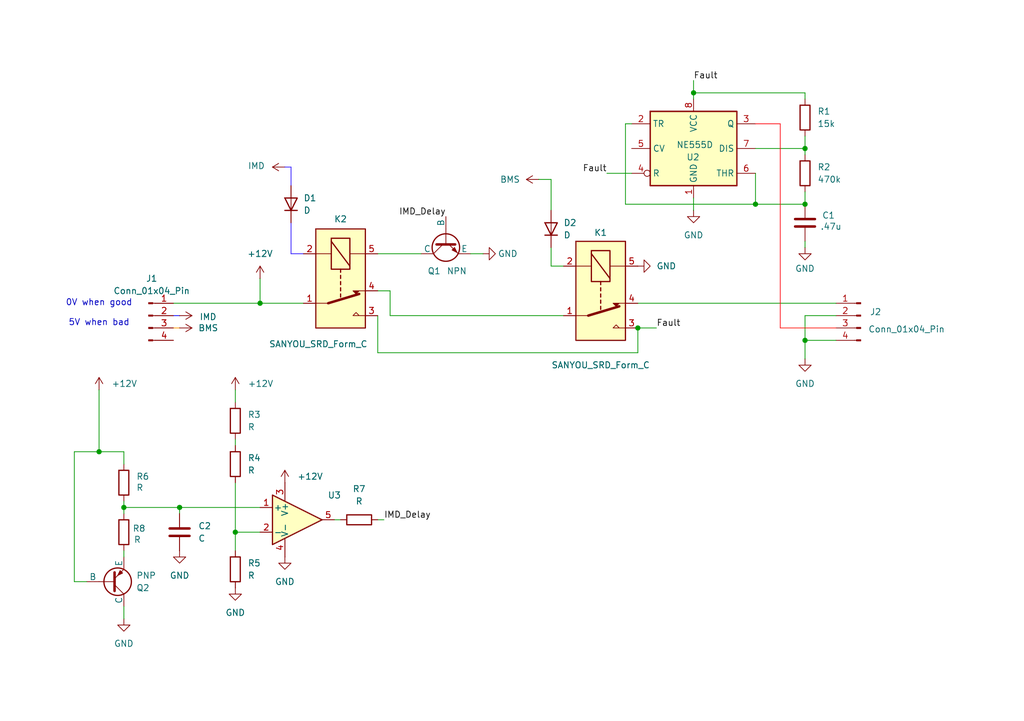
<source format=kicad_sch>
(kicad_sch (version 20231120) (generator "eeschema") (generator_version "8.0")
  (paper "A5")
  (lib_symbols
    (symbol "Connector:Conn_01x04_Pin" (pin_names (offset 1.016) hide)
      (property "Reference" "J" (at 0 5.08 0))
      (property "Value" "Conn_01x04_Pin" (at 0 -7.62 0))
      (symbol "Conn_01x04_Pin_1_1"
        (polyline (pts (xy 1.27 -5.08) (xy 0.8636 -5.08)) (stroke (width 0.1524)))
        (polyline (pts (xy 1.27 -2.54) (xy 0.8636 -2.54)) (stroke (width 0.1524)))
        (polyline (pts (xy 1.27 0) (xy 0.8636 0)) (stroke (width 0.1524)))
        (polyline (pts (xy 1.27 2.54) (xy 0.8636 2.54)) (stroke (width 0.1524)))
        (rectangle (start 0.8636 -4.953) (end 0 -5.207) (stroke (width 0.1524)) (fill (type outline)))
        (rectangle (start 0.8636 -2.413) (end 0 -2.667) (stroke (width 0.1524)) (fill (type outline)))
        (rectangle (start 0.8636 0.127) (end 0 -0.127) (stroke (width 0.1524)) (fill (type outline)))
        (rectangle (start 0.8636 2.667) (end 0 2.413) (stroke (width 0.1524)) (fill (type outline)))
        (pin passive line (at 5.08 2.54 180) (length 3.81) (name "Pin_1") (number "1"))
        (pin passive line (at 5.08 0 180) (length 3.81) (name "Pin_2") (number "2"))
        (pin passive line (at 5.08 -2.54 180) (length 3.81) (name "Pin_3") (number "3"))
        (pin passive line (at 5.08 -5.08 180) (length 3.81) (name "Pin_4") (number "4"))
      )
    )
    (symbol "Device:C" (pin_numbers hide) (pin_names (offset 0.254))
      (property "Reference" "C" (at 0.635 2.54 0))
      (property "Value" "C" (at 0.635 -2.54 0))
      (symbol "C_0_1"
        (polyline (pts (xy -2.032 -0.762) (xy 2.032 -0.762)) (stroke (width 0.508)))
        (polyline (pts (xy -2.032 0.762) (xy 2.032 0.762)) (stroke (width 0.508)))
      )
      (symbol "C_1_1"
        (pin passive line (at 0 3.81 270) (length 2.794) (name "~") (number "1"))
        (pin passive line (at 0 -3.81 90) (length 2.794) (name "~") (number "2"))
      )
    )
    (symbol "Device:D" (pin_numbers hide) (pin_names (offset 1.016) hide)
      (property "Reference" "D" (at 0 2.54 0))
      (property "Value" "D" (at 0 -2.54 0))
      (symbol "D_0_1"
        (polyline (pts (xy -1.27 1.27) (xy -1.27 -1.27)) (stroke (width 0.254)))
        (polyline (pts (xy 1.27 0) (xy -1.27 0)))
        (polyline (pts (xy 1.27 1.27) (xy 1.27 -1.27) (xy -1.27 0) (xy 1.27 1.27)) (stroke (width 0.254)))
      )
      (symbol "D_1_1"
        (pin passive line (at -3.81 0 0) (length 2.54) (name "K") (number "1"))
        (pin passive line (at 3.81 0 180) (length 2.54) (name "A") (number "2"))
      )
    )
    (symbol "Device:R" (pin_numbers hide) (pin_names (offset 0))
      (property "Reference" "R" (at 2.032 0 90))
      (property "Value" "R" (at 0 0 90))
      (symbol "R_0_1"
        (rectangle (start -1.016 -2.54) (end 1.016 2.54) (stroke (width 0.254)))
      )
      (symbol "R_1_1"
        (pin passive line (at 0 3.81 270) (length 1.27) (name "~") (number "1"))
        (pin passive line (at 0 -3.81 90) (length 1.27) (name "~") (number "2"))
      )
    )
    (symbol "Relay:SANYOU_SRD_Form_C"
      (property "Reference" "K" (at 11.43 3.81 0))
      (property "Value" "SANYOU_SRD_Form_C" (at 11.43 1.27 0))
      (symbol "SANYOU_SRD_Form_C_0_0"
        (polyline (pts (xy 7.62 5.08) (xy 7.62 2.54) (xy 6.985 3.175) (xy 7.62 3.81)))
      )
      (symbol "SANYOU_SRD_Form_C_0_1"
        (rectangle (start -10.16 5.08) (end 10.16 -5.08) (stroke (width 0.254)) (fill (type background)))
        (rectangle (start -8.255 1.905) (end -1.905 -1.905) (stroke (width 0.254)))
        (polyline (pts (xy -7.62 -1.905) (xy -2.54 1.905)) (stroke (width 0.254)))
        (polyline (pts (xy -5.08 -5.08) (xy -5.08 -1.905)))
        (polyline (pts (xy -5.08 5.08) (xy -5.08 1.905)))
        (polyline (pts (xy -1.905 0) (xy -1.27 0)) (stroke (width 0.254)))
        (polyline (pts (xy -0.635 0) (xy 0 0)) (stroke (width 0.254)))
        (polyline (pts (xy 0.635 0) (xy 1.27 0)) (stroke (width 0.254)))
        (polyline (pts (xy 1.905 0) (xy 2.54 0)) (stroke (width 0.254)))
        (polyline (pts (xy 3.175 0) (xy 3.81 0)) (stroke (width 0.254)))
        (polyline (pts (xy 5.08 -2.54) (xy 3.175 3.81)) (stroke (width 0.508)))
        (polyline (pts (xy 5.08 -2.54) (xy 5.08 -5.08)))
      )
      (symbol "SANYOU_SRD_Form_C_1_1"
        (polyline (pts (xy 2.54 3.81) (xy 3.175 3.175) (xy 2.54 2.54) (xy 2.54 5.08)) (fill (type outline)))
        (pin passive line (at 5.08 -7.62 90) (length 2.54) (name "~") (number "1"))
        (pin passive line (at -5.08 -7.62 90) (length 2.54) (name "~") (number "2"))
        (pin passive line (at 7.62 7.62 270) (length 2.54) (name "~") (number "3"))
        (pin passive line (at 2.54 7.62 270) (length 2.54) (name "~") (number "4"))
        (pin passive line (at -5.08 7.62 270) (length 2.54) (name "~") (number "5"))
      )
    )
    (symbol "Simulation_SPICE:NPN" (pin_numbers hide) (pin_names (offset 0))
      (property "Reference" "Q" (at -2.54 7.62 0))
      (property "Value" "NPN" (at -2.54 5.08 0))
      (symbol "NPN_0_1"
        (polyline (pts (xy -2.54 0) (xy 0.635 0)) (stroke (width 0.1524)))
        (polyline (pts (xy 0.635 0.635) (xy 2.54 2.54)))
        (polyline (pts (xy 2.794 -1.27) (xy 2.794 -1.27)) (stroke (width 0.1524)))
        (polyline (pts (xy 2.794 -1.27) (xy 2.794 -1.27)) (stroke (width 0.1524)))
        (polyline (pts (xy 0.635 -0.635) (xy 2.54 -2.54) (xy 2.54 -2.54)))
        (polyline (pts (xy 0.635 1.905) (xy 0.635 -1.905) (xy 0.635 -1.905)) (stroke (width 0.508)))
        (polyline (pts (xy 1.27 -1.778) (xy 1.778 -1.27) (xy 2.286 -2.286) (xy 1.27 -1.778) (xy 1.27 -1.778)) (fill (type outline)))
        (circle (center 1.27 0) (radius 2.8194) (stroke (width 0.254)))
      )
      (symbol "NPN_1_1"
        (pin open_collector line (at 2.54 5.08 270) (length 2.54) (name "C") (number "1"))
        (pin input line (at -5.08 0 0) (length 2.54) (name "B") (number "2"))
        (pin open_emitter line (at 2.54 -5.08 90) (length 2.54) (name "E") (number "3"))
      )
    )
    (symbol "Simulation_SPICE:OPAMP" (pin_names (offset 0.254))
      (property "Reference" "U" (at 3.81 3.175 0))
      (property "Value" "${SIM.PARAMS}" (at 3.81 -3.175 0))
      (symbol "OPAMP_0_1"
        (polyline (pts (xy 5.08 0) (xy -5.08 5.08) (xy -5.08 -5.08) (xy 5.08 0)) (stroke (width 0.254)) (fill (type background)))
      )
      (symbol "OPAMP_1_1"
        (pin input line (at -7.62 2.54 0) (length 2.54) (name "+") (number "1"))
        (pin input line (at -7.62 -2.54 0) (length 2.54) (name "-") (number "2"))
        (pin power_in line (at -2.54 7.62 270) (length 3.81) (name "V+") (number "3"))
        (pin power_in line (at -2.54 -7.62 90) (length 3.81) (name "V-") (number "4"))
        (pin output line (at 7.62 0 180) (length 2.54) (name "~") (number "5"))
      )
    )
    (symbol "Simulation_SPICE:PNP" (pin_numbers hide) (pin_names (offset 0))
      (property "Reference" "Q" (at -2.54 7.62 0))
      (property "Value" "PNP" (at -2.54 5.08 0))
      (symbol "PNP_0_1"
        (polyline (pts (xy -2.54 0) (xy 0.635 0)) (stroke (width 0.1524)))
        (polyline (pts (xy 0.635 0.635) (xy 2.54 2.54)))
        (polyline (pts (xy 0.635 -0.635) (xy 2.54 -2.54) (xy 2.54 -2.54)))
        (polyline (pts (xy 0.635 1.905) (xy 0.635 -1.905) (xy 0.635 -1.905)) (stroke (width 0.508)))
        (polyline (pts (xy 2.286 -1.778) (xy 1.778 -2.286) (xy 1.27 -1.27) (xy 2.286 -1.778) (xy 2.286 -1.778)) (fill (type outline)))
        (circle (center 1.27 0) (radius 2.8194) (stroke (width 0.254)))
      )
      (symbol "PNP_1_1"
        (pin open_collector line (at 2.54 5.08 270) (length 2.54) (name "C") (number "1"))
        (pin input line (at -5.08 0 0) (length 2.54) (name "B") (number "2"))
        (pin open_emitter line (at 2.54 -5.08 90) (length 2.54) (name "E") (number "3"))
      )
    )
    (symbol "Timer:NE555D"
      (property "Reference" "U" (at -10.16 8.89 0))
      (property "Value" "NE555D" (at 2.54 8.89 0))
      (symbol "NE555D_0_0"
        (pin power_in line (at 0 -10.16 90) (length 2.54) (name "GND") (number "1"))
        (pin power_in line (at 0 10.16 270) (length 2.54) (name "VCC") (number "8"))
      )
      (symbol "NE555D_0_1"
        (rectangle (start -8.89 -7.62) (end 8.89 7.62) (stroke (width 0.254)) (fill (type background)))
        (rectangle (start -8.89 -7.62) (end 8.89 7.62) (stroke (width 0.254)) (fill (type background)))
      )
      (symbol "NE555D_1_1"
        (pin input line (at -12.7 5.08 0) (length 3.81) (name "TR") (number "2"))
        (pin output line (at 12.7 5.08 180) (length 3.81) (name "Q") (number "3"))
        (pin input inverted (at -12.7 -5.08 0) (length 3.81) (name "R") (number "4"))
        (pin input line (at -12.7 0 0) (length 3.81) (name "CV") (number "5"))
        (pin input line (at 12.7 -5.08 180) (length 3.81) (name "THR") (number "6"))
        (pin input line (at 12.7 0 180) (length 3.81) (name "DIS") (number "7"))
      )
    )
    (symbol "power:+12V" (power) (pin_numbers hide) (pin_names (offset 0) hide)
      (property "Value" "+12V" (at 0 3.556 0))
      (symbol "+12V_0_1"
        (polyline (pts (xy -0.762 1.27) (xy 0 2.54)))
        (polyline (pts (xy 0 0) (xy 0 2.54)))
        (polyline (pts (xy 0 2.54) (xy 0.762 1.27)))
      )
      (symbol "+12V_1_1"
        (pin power_in line (at 0 0 90) (length 0) (name "~") (number "1"))
      )
    )
    (symbol "power:GND" (power) (pin_numbers hide) (pin_names (offset 0) hide)
      (property "Value" "GND" (at 0 -3.81 0))
      (symbol "GND_0_1"
        (polyline (pts (xy 0 0) (xy 0 -1.27) (xy 1.27 -1.27) (xy 0 -2.54) (xy -1.27 -1.27) (xy 0 -1.27)))
      )
      (symbol "GND_1_1"
        (pin power_in line (at 0 0 270) (length 0) (name "~") (number "1"))
      )
    )
  )
  (junction (at 130.81 67.31))
  (junction (at 48.26 109.22))
  (junction (at 25.4 104.14))
  (junction (at 36.83 104.14))
  (junction (at 165.1 69.85))
  (junction (at 142.24 19.05))
  (junction (at 154.94 41.91))
  (junction (at 53.34 62.23))
  (junction (at 165.1 30.48))
  (junction (at 165.1 41.91))
  (junction (at 20.32 92.71))
  (wire (pts (xy 48.26 109.22) (xy 53.34 109.22)))
  (wire (pts (xy 68.58 106.68) (xy 69.85 106.68)))
  (wire (pts (xy 165.1 19.05) (xy 165.1 20.32)))
  (wire (pts (xy 35.56 64.77) (xy 36.83 64.77)) (stroke (width 0) (color 0 0 255 1)))
  (wire (pts (xy 25.4 102.87) (xy 25.4 104.14)))
  (wire (pts (xy 77.47 59.69) (xy 80.01 59.69)))
  (wire (pts (xy 15.24 92.71) (xy 20.32 92.71)))
  (wire (pts (xy 77.47 52.07) (xy 86.36 52.07)))
  (wire (pts (xy 78.74 106.68) (xy 77.47 106.68)))
  (wire (pts (xy 15.24 119.38) (xy 17.78 119.38)))
  (wire (pts (xy 80.01 59.69) (xy 80.01 64.77)))
  (wire (pts (xy 165.1 39.37) (xy 165.1 41.91)))
  (wire (pts (xy 48.26 109.22) (xy 48.26 113.03)))
  (wire (pts (xy 48.26 80.01) (xy 48.26 82.55)))
  (wire (pts (xy 25.4 104.14) (xy 36.83 104.14)))
  (wire (pts (xy 48.26 99.06) (xy 48.26 109.22)))
  (wire (pts (xy 171.45 64.77) (xy 165.1 64.77)))
  (wire (pts (xy 110.49 36.83) (xy 113.03 36.83)))
  (wire (pts (xy 25.4 105.41) (xy 25.4 104.14)))
  (wire (pts (xy 142.24 16.51) (xy 142.24 19.05)))
  (wire (pts (xy 20.32 92.71) (xy 25.4 92.71)))
  (wire (pts (xy 25.4 92.71) (xy 25.4 95.25)))
  (wire (pts (xy 113.03 54.61) (xy 115.57 54.61)))
  (wire (pts (xy 165.1 27.94) (xy 165.1 30.48)))
  (wire (pts (xy 77.47 72.39) (xy 130.81 72.39)))
  (wire (pts (xy 160.02 25.4) (xy 160.02 67.31)) (stroke (width 0) (color 255 10 19 1)))
  (wire (pts (xy 130.81 62.23) (xy 171.45 62.23)))
  (wire (pts (xy 36.83 105.41) (xy 36.83 104.14)))
  (wire (pts (xy 128.27 41.91) (xy 154.94 41.91)))
  (wire (pts (xy 77.47 64.77) (xy 77.47 72.39)))
  (wire (pts (xy 154.94 25.4) (xy 160.02 25.4)) (stroke (width 0) (color 255 10 19 1)))
  (wire (pts (xy 80.01 64.77) (xy 115.57 64.77)))
  (wire (pts (xy 165.1 30.48) (xy 165.1 31.75)))
  (wire (pts (xy 165.1 69.85) (xy 171.45 69.85)))
  (wire (pts (xy 25.4 114.3) (xy 25.4 113.03)))
  (wire (pts (xy 53.34 62.23) (xy 62.23 62.23)))
  (wire (pts (xy 130.81 67.31) (xy 134.62 67.31)))
  (wire (pts (xy 25.4 124.46) (xy 25.4 127)))
  (wire (pts (xy 124.46 35.56) (xy 129.54 35.56)))
  (wire (pts (xy 20.32 80.01) (xy 20.32 92.71)))
  (wire (pts (xy 154.94 30.48) (xy 165.1 30.48)))
  (wire (pts (xy 165.1 19.05) (xy 142.24 19.05)))
  (wire (pts (xy 35.56 62.23) (xy 53.34 62.23)))
  (wire (pts (xy 113.03 50.8) (xy 113.03 54.61)))
  (wire (pts (xy 154.94 41.91) (xy 165.1 41.91)))
  (wire (pts (xy 113.03 36.83) (xy 113.03 43.18)))
  (wire (pts (xy 48.26 90.17) (xy 48.26 91.44)))
  (wire (pts (xy 59.69 52.07) (xy 62.23 52.07)) (stroke (width 0) (color 42 18 255 1)))
  (wire (pts (xy 59.69 45.72) (xy 59.69 52.07)) (stroke (width 0) (color 42 18 255 1)))
  (wire (pts (xy 154.94 35.56) (xy 154.94 41.91)))
  (wire (pts (xy 58.42 34.29) (xy 59.69 34.29)) (stroke (width 0) (color 42 18 255 1)))
  (wire (pts (xy 36.83 67.31) (xy 35.56 67.31)) (stroke (width 0) (color 255 153 0 1)))
  (wire (pts (xy 165.1 49.53) (xy 165.1 50.8)))
  (wire (pts (xy 15.24 92.71) (xy 15.24 119.38)))
  (wire (pts (xy 36.83 104.14) (xy 53.34 104.14)))
  (wire (pts (xy 160.02 67.31) (xy 171.45 67.31)) (stroke (width 0) (color 255 25 16 1)))
  (wire (pts (xy 59.69 34.29) (xy 59.69 38.1)) (stroke (width 0) (color 42 18 255 1)))
  (wire (pts (xy 142.24 19.05) (xy 142.24 20.32)))
  (wire (pts (xy 142.24 43.18) (xy 142.24 40.64)))
  (wire (pts (xy 129.54 25.4) (xy 128.27 25.4)))
  (wire (pts (xy 96.52 52.07) (xy 99.06 52.07)))
  (wire (pts (xy 53.34 57.15) (xy 53.34 62.23)))
  (wire (pts (xy 130.81 72.39) (xy 130.81 67.31)))
  (wire (pts (xy 165.1 64.77) (xy 165.1 69.85)))
  (wire (pts (xy 165.1 73.66) (xy 165.1 69.85)))
  (wire (pts (xy 128.27 25.4) (xy 128.27 41.91)))
  (text "0V when good\n\n5V when bad" (at 20.32 64.262 0) (effects (font (size 1.27 1.27))))
  (label "Fault" (at 142.24 16.51 0))
  (label "IMD_Delay" (at 91.44 44.45 180))
  (label "Fault" (at 124.46 35.56 180))
  (label "IMD_Delay" (at 78.74 106.68 0))
  (label "Fault" (at 134.62 67.31 0))
  (symbol (lib_id "Device:R") (at 25.4 109.22 180) (unit 1)
    (property "Reference" "R8" (at 27.178 108.458 0) (effects (justify right)))
    (property "Value" "R" (at 27.432 110.744 0) (effects (justify right)))
    (property "Footprint" "Capacitor_SMD:C_0402_1005Metric_Pad0.74x0.62mm_HandSolder" (effects (hide yes)))
    (property "Description" "Resistor" (effects (hide yes)))
  )
  (symbol (lib_id "power:GND") (at 165.1 50.8 0) (unit 1)
    (property "Reference" "#PWR015" (effects (hide yes)))
    (property "Value" "GND" (at 167.132 55.118 0) (effects (justify right)))
    (property "Description" "Power symbol creates a global label with name \"GND\" , ground" (effects (hide yes)))
  )
  (symbol (lib_id "Device:R") (at 48.26 86.36 0) (unit 1)
    (property "Reference" "R3" (at 50.8 85.0899 0) (effects (justify left)))
    (property "Value" "R" (at 50.8 87.6299 0) (effects (justify left)))
    (property "Footprint" "Resistor_SMD:R_0402_1005Metric_Pad0.72x0.64mm_HandSolder" (effects (hide yes)))
    (property "Description" "Resistor" (effects (hide yes)))
  )
  (symbol (lib_id "Relay:SANYOU_SRD_Form_C") (at 69.85 57.15 270) (unit 1)
    (property "Reference" "K2" (at 69.85 44.958 90))
    (property "Value" "SANYOU_SRD_Form_C" (at 65.278 70.612 90))
    (property "Footprint" "footprints:K_AZ943-1C_AMZ" (effects (hide yes)))
    (property "Datasheet" "http://www.sanyourelay.ca/public/products/pdf/SRD.pdf" (effects (hide yes)))
    (property "Description" "Sanyo SRD relay, Single Pole Miniature Power Relay," (effects (hide yes)))
  )
  (symbol (lib_id "Simulation_SPICE:NPN") (at 91.44 49.53 90) (mirror x) (unit 1)
    (property "Reference" "Q1" (at 90.424 55.626 90) (effects (justify left)))
    (property "Value" "NPN" (at 95.758 55.626 90) (effects (justify left)))
    (property "Footprint" "Package_TO_SOT_SMD:SOT-23" (effects (hide yes)))
    (property "Datasheet" "https://ngspice.sourceforge.io/docs/ngspice-html-manual/manual.xhtml#cha_BJTs" (effects (hide yes)))
    (property "Description" "Bipolar transistor symbol for simulation only, substrate tied to the emitter" (effects (hide yes)))
    (property "Sim.Device" "NPN" (effects (hide yes)))
    (property "Sim.Type" "GUMMELPOON" (effects (hide yes)))
    (property "Sim.Pins" "1=C 2=B 3=E" (effects (hide yes)))
  )
  (symbol (lib_id "Device:R") (at 25.4 99.06 0) (unit 1)
    (property "Reference" "R6" (at 27.94 97.7899 0) (effects (justify left)))
    (property "Value" "R" (at 27.94 100.076 0) (effects (justify left)))
    (property "Footprint" "Resistor_SMD:R_0402_1005Metric_Pad0.72x0.64mm_HandSolder" (effects (hide yes)))
    (property "Description" "Resistor" (effects (hide yes)))
  )
  (symbol (lib_id "Device:R") (at 48.26 116.84 0) (unit 1)
    (property "Reference" "R5" (at 50.8 115.5699 0) (effects (justify left)))
    (property "Value" "R" (at 50.8 118.1099 0) (effects (justify left)))
    (property "Footprint" "Resistor_SMD:R_0402_1005Metric_Pad0.72x0.64mm_HandSolder" (effects (hide yes)))
    (property "Description" "Resistor" (effects (hide yes)))
  )
  (symbol (lib_id "power:GND") (at 130.81 54.61 90) (unit 1)
    (property "Reference" "#PWR012" (effects (hide yes)))
    (property "Value" "GND" (at 134.62 54.6099 90) (effects (justify right)))
    (property "Description" "Power symbol creates a global label with name \"GND\" , ground" (effects (hide yes)))
  )
  (symbol (lib_id "Timer:NE555D") (at 142.24 30.48 0) (unit 1)
    (property "Reference" "U2" (at 143.51 32.258 0) (effects (justify right)))
    (property "Value" "NE555D" (at 146.304 29.718 0) (effects (justify right)))
    (property "Footprint" "Package_SO:SOIC-8_3.9x4.9mm_P1.27mm" (effects (hide yes)))
    (property "Datasheet" "http://www.ti.com/lit/ds/symlink/ne555.pdf" (effects (hide yes)))
    (property "Description" "Precision Timers, 555 compatible, SOIC-8" (effects (hide yes)))
  )
  (symbol (lib_id "power:+12V") (at 53.34 57.15 0) (unit 1)
    (property "Reference" "#PWR013" (effects (hide yes)))
    (property "Value" "+12V" (at 53.34 52.07 0))
    (property "Description" "Power symbol creates a global label with name \"+12V\"" (effects (hide yes)))
  )
  (symbol (lib_id "power:GND") (at 25.4 127 0) (unit 1)
    (property "Reference" "#PWR07" (effects (hide yes)))
    (property "Value" "GND" (at 25.4 132.08 0))
    (property "Description" "Power symbol creates a global label with name \"GND\" , ground" (effects (hide yes)))
  )
  (symbol (lib_id "power:GND") (at 48.26 120.65 0) (unit 1)
    (property "Reference" "#PWR05" (effects (hide yes)))
    (property "Value" "GND" (at 48.26 125.73 0))
    (property "Description" "Power symbol creates a global label with name \"GND\" , ground" (effects (hide yes)))
  )
  (symbol (lib_id "Device:R") (at 48.26 95.25 180) (unit 1)
    (property "Reference" "R4" (at 50.8 93.9799 0) (effects (justify right)))
    (property "Value" "R" (at 50.8 96.5199 0) (effects (justify right)))
    (property "Footprint" "Resistor_SMD:R_0402_1005Metric_Pad0.72x0.64mm_HandSolder" (effects (hide yes)))
    (property "Description" "Resistor" (effects (hide yes)))
  )
  (symbol (lib_id "Device:D") (at 113.03 46.99 90) (unit 1)
    (property "Reference" "D2" (at 115.57 45.7199 90) (effects (justify right)))
    (property "Value" "D" (at 115.57 48.2599 90) (effects (justify right)))
    (property "Footprint" "Diode_SMD:D_SOD-323_HandSoldering" (effects (hide yes)))
    (property "Description" "Diode" (effects (hide yes)))
    (property "Sim.Device" "D" (effects (hide yes)))
    (property "Sim.Pins" "1=K 2=A" (effects (hide yes)))
  )
  (symbol (lib_id "Device:C") (at 165.1 45.72 0) (unit 1)
    (property "Reference" "C1" (at 169.926 44.196 0))
    (property "Value" ".47u" (at 170.434 46.482 0))
    (property "Footprint" "Capacitor_SMD:C_0402_1005Metric_Pad0.74x0.62mm_HandSolder" (effects (hide yes)))
    (property "Description" "Unpolarized capacitor" (effects (hide yes)))
  )
  (symbol (lib_id "power:GND") (at 142.24 43.18 0) (unit 1)
    (property "Reference" "#PWR017" (effects (hide yes)))
    (property "Value" "GND" (at 142.24 48.26 0))
    (property "Description" "Power symbol creates a global label with name \"GND\" , ground" (effects (hide yes)))
  )
  (symbol (lib_id "Simulation_SPICE:PNP") (at 22.86 119.38 0) (mirror x) (unit 1)
    (property "Reference" "Q2" (at 27.94 120.6501 0) (effects (justify left)))
    (property "Value" "PNP" (at 27.94 118.1101 0) (effects (justify left)))
    (property "Footprint" "Package_TO_SOT_SMD:SOT-23" (effects (hide yes)))
    (property "Datasheet" "https://ngspice.sourceforge.io/docs/ngspice-html-manual/manual.xhtml#cha_BJTs" (effects (hide yes)))
    (property "Description" "Bipolar transistor symbol for simulation only, substrate tied to the emitter" (effects (hide yes)))
    (property "Sim.Device" "PNP" (effects (hide yes)))
    (property "Sim.Type" "GUMMELPOON" (effects (hide yes)))
    (property "Sim.Pins" "1=C 2=B 3=E" (effects (hide yes)))
  )
  (symbol (lib_id "Device:R") (at 73.66 106.68 90) (unit 1)
    (property "Reference" "R7" (at 73.66 100.33 90))
    (property "Value" "R" (at 73.66 102.87 90))
    (property "Footprint" "Resistor_SMD:R_0402_1005Metric_Pad0.72x0.64mm_HandSolder" (effects (hide yes)))
    (property "Description" "Resistor" (effects (hide yes)))
  )
  (symbol (lib_id "Connector:Conn_01x04_Pin") (at 176.53 64.77 0) (mirror y) (unit 1)
    (property "Reference" "J2" (at 179.578 64.008 0))
    (property "Value" "Conn_01x04_Pin" (at 185.928 67.564 0))
    (property "Footprint" "Connector_Molex:Molex_Micro-Fit_3.0_43045-0400_2x02_P3.00mm_Horizontal" (effects (hide yes)))
    (property "Description" "Generic connector, single row, 01x04, script generated" (effects (hide yes)))
  )
  (symbol (lib_id "power:GND") (at 165.1 73.66 0) (unit 1)
    (property "Reference" "#PWR06" (effects (hide yes)))
    (property "Value" "GND" (at 165.1 78.74 0))
    (property "Description" "Power symbol creates a global label with name \"GND\" , ground" (effects (hide yes)))
  )
  (symbol (lib_id "power:+12V") (at 58.42 99.06 0) (unit 1)
    (property "Reference" "#PWR01" (effects (hide yes)))
    (property "Value" "+12V" (at 60.96 97.7899 0) (effects (justify left)))
    (property "Description" "Power symbol creates a global label with name \"+12V\"" (effects (hide yes)))
  )
  (symbol (lib_id "power:+12V") (at 20.32 80.01 0) (unit 1)
    (property "Reference" "#PWR02" (effects (hide yes)))
    (property "Value" "+12V" (at 22.86 78.7399 0) (effects (justify left)))
    (property "Description" "Power symbol creates a global label with name \"+12V\"" (effects (hide yes)))
  )
  (symbol (lib_id "power:GND") (at 36.83 113.03 0) (unit 1)
    (property "Reference" "#PWR08" (effects (hide yes)))
    (property "Value" "GND" (at 36.83 118.11 0))
    (property "Description" "Power symbol creates a global label with name \"GND\" , ground" (effects (hide yes)))
  )
  (symbol (lib_id "Simulation_SPICE:OPAMP") (at 60.96 106.68 0) (unit 1)
    (property "Reference" "U3" (at 68.58 101.6314 0))
    (property "Value" "${SIM.PARAMS}" (at 68.58 103.5365 0))
    (property "Footprint" "Package_TO_SOT_SMD:SOT-23-5_HandSoldering" (effects (hide yes)))
    (property "Datasheet" "https://ngspice.sourceforge.io/docs/ngspice-html-manual/manual.xhtml#sec__SUBCKT_Subcircuits" (effects (hide yes)))
    (property "Description" "Operational amplifier, single, node sequence=1:+ 2:- 3:OUT 4:V+ 5:V-" (effects (hide yes)))
    (property "Sim.Pins" "1=in+ 2=in- 3=vcc 4=vee 5=out" (effects (hide yes)))
    (property "Sim.Device" "SUBCKT" (effects (hide yes)))
    (property "Sim.Library" "${KICAD8_SYMBOL_DIR}/Simulation_SPICE.sp" (effects (hide yes)))
    (property "Sim.Name" "kicad_builtin_opamp" (effects (hide yes)))
  )
  (symbol (lib_id "power:GND") (at 99.06 52.07 90) (mirror x) (unit 1)
    (property "Reference" "#PWR010" (effects (hide yes)))
    (property "Value" "GND" (at 104.14 52.07 90))
    (property "Description" "Power symbol creates a global label with name \"GND\" , ground" (effects (hide yes)))
  )
  (symbol (lib_id "Connector:Conn_01x04_Pin") (at 30.48 64.77 0) (unit 1)
    (property "Reference" "J1" (at 31.115 57.15 0))
    (property "Value" "Conn_01x04_Pin" (at 31.115 59.69 0))
    (property "Footprint" "Connector_Molex:Molex_Micro-Fit_3.0_43045-0400_2x02_P3.00mm_Horizontal" (effects (hide yes)))
    (property "Description" "Generic connector, single row, 01x04, script generated" (effects (hide yes)))
  )
  (symbol (lib_id "power:GND") (at 58.42 114.3 0) (unit 1)
    (property "Reference" "#PWR016" (effects (hide yes)))
    (property "Value" "GND" (at 58.42 119.38 0))
    (property "Description" "Power symbol creates a global label with name \"GND\" , ground" (effects (hide yes)))
  )
  (symbol (lib_id "Device:R") (at 165.1 24.13 0) (unit 1)
    (property "Reference" "R1" (at 167.64 22.8599 0) (effects (justify left)))
    (property "Value" "15k" (at 167.64 25.3999 0) (effects (justify left)))
    (property "Footprint" "Resistor_SMD:R_0402_1005Metric_Pad0.72x0.64mm_HandSolder" (effects (hide yes)))
    (property "Description" "Resistor" (effects (hide yes)))
  )
  (symbol (lib_id "power:+12V") (at 110.49 36.83 90) (unit 1)
    (property "Reference" "#PWR014" (effects (hide yes)))
    (property "Value" "BMS" (at 106.68 36.8301 90) (effects (justify left)))
    (property "Description" "Power symbol creates a global label with name \"+12V\"" (effects (hide yes)))
  )
  (symbol (lib_id "Device:D") (at 59.69 41.91 90) (unit 1)
    (property "Reference" "D1" (at 62.23 40.6399 90) (effects (justify right)))
    (property "Value" "D" (at 62.23 43.1799 90) (effects (justify right)))
    (property "Footprint" "Diode_SMD:D_SOD-323_HandSoldering" (effects (hide yes)))
    (property "Description" "Diode" (effects (hide yes)))
    (property "Sim.Device" "D" (effects (hide yes)))
    (property "Sim.Pins" "1=K 2=A" (effects (hide yes)))
  )
  (symbol (lib_id "Relay:SANYOU_SRD_Form_C") (at 123.19 59.69 270) (unit 1)
    (property "Reference" "K1" (at 123.19 47.752 90))
    (property "Value" "SANYOU_SRD_Form_C" (at 123.19 74.93 90))
    (property "Footprint" "footprints:K_AZ943-1C_AMZ" (effects (hide yes)))
    (property "Datasheet" "http://www.sanyourelay.ca/public/products/pdf/SRD.pdf" (effects (hide yes)))
    (property "Description" "Sanyo SRD relay, Single Pole Miniature Power Relay," (effects (hide yes)))
  )
  (symbol (lib_id "power:+12V") (at 58.42 34.29 90) (unit 1)
    (property "Reference" "#PWR04" (effects (hide yes)))
    (property "Value" "IMD" (at 54.356 34.036 90) (effects (justify left)))
    (property "Description" "Power symbol creates a global label with name \"+12V\"" (effects (hide yes)))
  )
  (symbol (lib_id "power:+12V") (at 48.26 80.01 0) (unit 1)
    (property "Reference" "#PWR09" (effects (hide yes)))
    (property "Value" "+12V" (at 50.8 78.7399 0) (effects (justify left)))
    (property "Description" "Power symbol creates a global label with name \"+12V\"" (effects (hide yes)))
  )
  (symbol (lib_id "power:+12V") (at 36.83 64.77 270) (unit 1)
    (property "Reference" "#PWR011" (effects (hide yes)))
    (property "Value" "IMD" (at 40.894 65.024 90) (effects (justify left)))
    (property "Description" "Power symbol creates a global label with name \"+12V\"" (effects (hide yes)))
  )
  (symbol (lib_id "power:+12V") (at 36.83 67.31 270) (unit 1)
    (property "Reference" "#PWR03" (effects (hide yes)))
    (property "Value" "BMS" (at 40.64 67.3099 90) (effects (justify left)))
    (property "Description" "Power symbol creates a global label with name \"+12V\"" (effects (hide yes)))
  )
  (symbol (lib_id "Device:C") (at 36.83 109.22 0) (unit 1)
    (property "Reference" "C2" (at 40.64 107.9499 0) (effects (justify left)))
    (property "Value" "C" (at 40.64 110.4899 0) (effects (justify left)))
    (property "Footprint" "Capacitor_SMD:C_0402_1005Metric_Pad0.74x0.62mm_HandSolder" (effects (hide yes)))
    (property "Description" "Unpolarized capacitor" (effects (hide yes)))
  )
  (symbol (lib_id "Device:R") (at 165.1 35.56 0) (unit 1)
    (property "Reference" "R2" (at 167.64 34.2899 0) (effects (justify left)))
    (property "Value" "470k" (at 167.64 36.8299 0) (effects (justify left)))
    (property "Footprint" "Resistor_SMD:R_0402_1005Metric_Pad0.72x0.64mm_HandSolder" (effects (hide yes)))
    (property "Description" "Resistor" (effects (hide yes)))
  )
)
</source>
